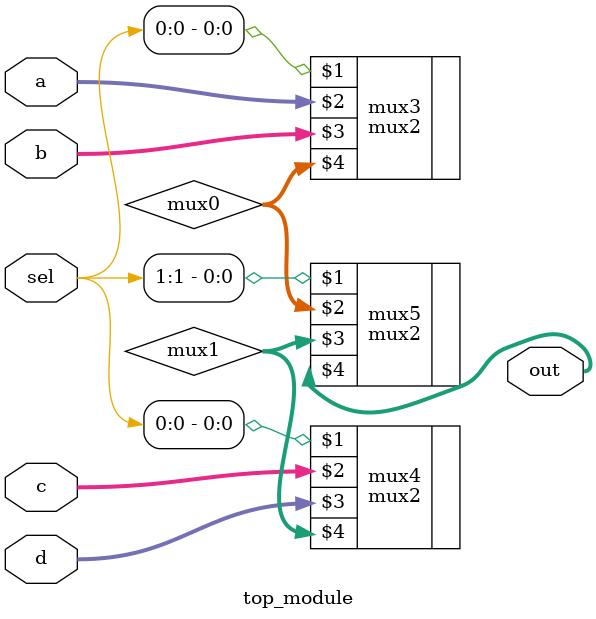
<source format=v>
module top_module (
    input [1:0] sel,
    input [7:0] a,
    input [7:0] b,
    input [7:0] c,
    input [7:0] d,
    output [7:0] out  ); //

    wire [7:0]mux0, mux1;
    mux2 mux3 ( sel[0],    a,    b, mux0 );
    mux2 mux4 ( sel[0],    c,    d, mux1 );
    mux2 mux5 ( sel[1], mux0, mux1,  out );

endmodule

</source>
